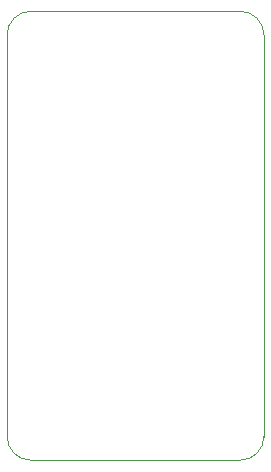
<source format=gbr>
G04 #@! TF.GenerationSoftware,KiCad,Pcbnew,(5.1.4)-1*
G04 #@! TF.CreationDate,2019-11-29T20:46:52-07:00*
G04 #@! TF.ProjectId,CruiseController,43727569-7365-4436-9f6e-74726f6c6c65,rev?*
G04 #@! TF.SameCoordinates,Original*
G04 #@! TF.FileFunction,Profile,NP*
%FSLAX46Y46*%
G04 Gerber Fmt 4.6, Leading zero omitted, Abs format (unit mm)*
G04 Created by KiCad (PCBNEW (5.1.4)-1) date 2019-11-29 20:46:52*
%MOMM*%
%LPD*%
G04 APERTURE LIST*
%ADD10C,0.100000*%
G04 APERTURE END LIST*
D10*
X100000000Y-72000000D02*
G75*
G02X102000000Y-70000000I2000000J0D01*
G01*
X119750000Y-70000000D02*
G75*
G02X121750000Y-72000000I0J-2000000D01*
G01*
X121750000Y-106000000D02*
G75*
G02X119750000Y-108000000I-2000000J0D01*
G01*
X102000000Y-108000000D02*
G75*
G02X100000000Y-106000000I0J2000000D01*
G01*
X100000000Y-72000000D02*
X100000000Y-106000000D01*
X119750000Y-108000000D02*
X102000000Y-108000000D01*
X121750000Y-72000000D02*
X121750000Y-106000000D01*
X102000000Y-70000000D02*
X119750000Y-70000000D01*
M02*

</source>
